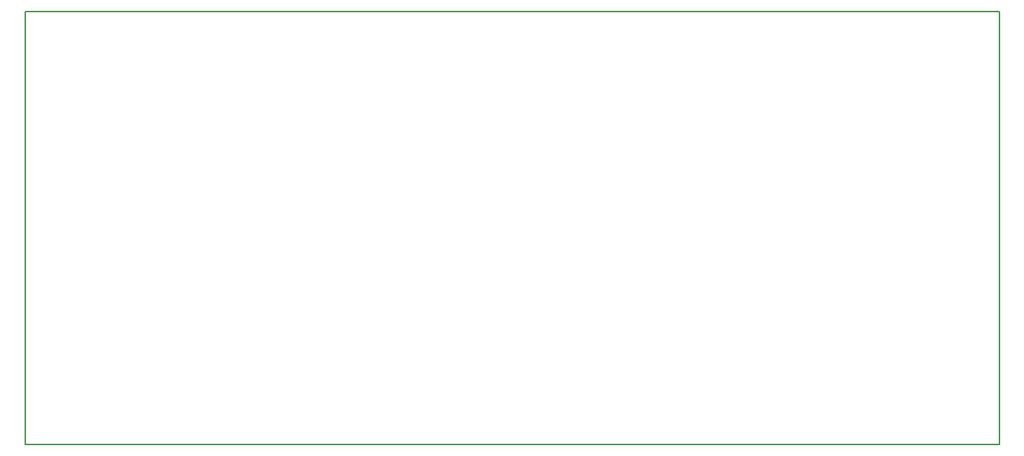
<source format=gbr>
G04 #@! TF.GenerationSoftware,KiCad,Pcbnew,5.0.2+dfsg1-1*
G04 #@! TF.CreationDate,2020-09-02T15:30:14-03:00*
G04 #@! TF.ProjectId,Quanser_Controller,5175616e-7365-4725-9f43-6f6e74726f6c,rev?*
G04 #@! TF.SameCoordinates,Original*
G04 #@! TF.FileFunction,Profile,NP*
%FSLAX46Y46*%
G04 Gerber Fmt 4.6, Leading zero omitted, Abs format (unit mm)*
G04 Created by KiCad (PCBNEW 5.0.2+dfsg1-1) date qua 02 set 2020 15:30:14 -03*
%MOMM*%
%LPD*%
G01*
G04 APERTURE LIST*
%ADD10C,0.150000*%
G04 APERTURE END LIST*
D10*
X88900000Y-101600000D02*
X88900000Y-50800000D01*
X203200000Y-101600000D02*
X88900000Y-101600000D01*
X203200000Y-50800000D02*
X203200000Y-101600000D01*
X88900000Y-50800000D02*
X203200000Y-50800000D01*
M02*

</source>
